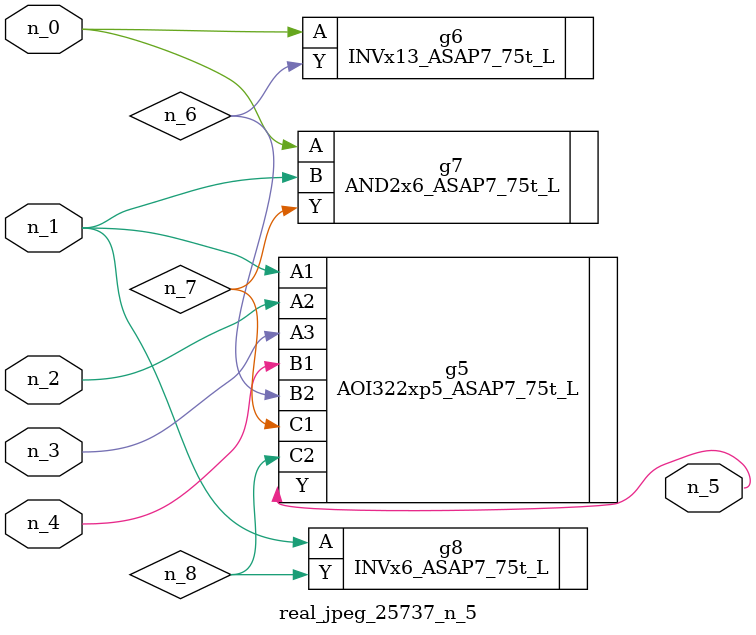
<source format=v>
module real_jpeg_25737_n_5 (n_4, n_0, n_1, n_2, n_3, n_5);

input n_4;
input n_0;
input n_1;
input n_2;
input n_3;

output n_5;

wire n_8;
wire n_6;
wire n_7;

INVx13_ASAP7_75t_L g6 ( 
.A(n_0),
.Y(n_6)
);

AND2x6_ASAP7_75t_L g7 ( 
.A(n_0),
.B(n_1),
.Y(n_7)
);

AOI322xp5_ASAP7_75t_L g5 ( 
.A1(n_1),
.A2(n_2),
.A3(n_3),
.B1(n_4),
.B2(n_6),
.C1(n_7),
.C2(n_8),
.Y(n_5)
);

INVx6_ASAP7_75t_L g8 ( 
.A(n_1),
.Y(n_8)
);


endmodule
</source>
